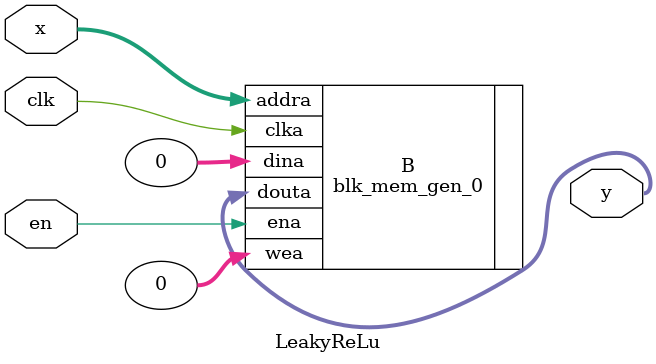
<source format=v>
`timescale 1ns / 1ps


module LeakyReLu(clk,y,x,en

    );
    input [7:0]x;
    input clk,en;
    output [7:0]y;
    
    blk_mem_gen_0 B(.addra(x),.clka(clk),.dina(0),.douta(y),.ena(en),.wea(0));
endmodule

</source>
